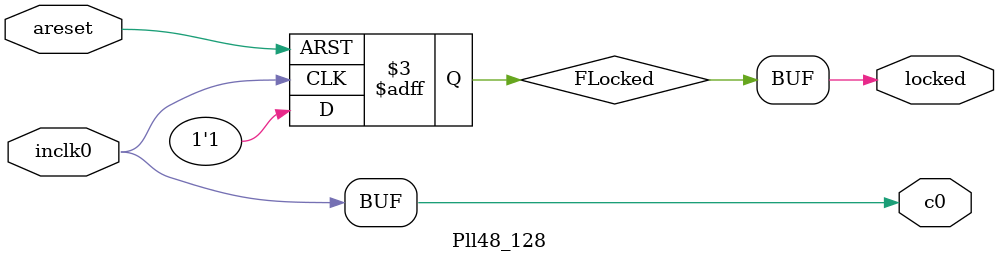
<source format=v>
module Pll48_128 
 (
  input  inclk0,
  input  areset,
  output c0,
  output locked
 );


 reg FLocked;
 always @(posedge inclk0 or posedge areset)
 if (areset==1'b1)
  begin
  FLocked<=1'b0;
  end
 else
  begin
  FLocked<=1'b1;
  end

assign c0 = inclk0;
assign locked = FLocked;

endmodule

</source>
